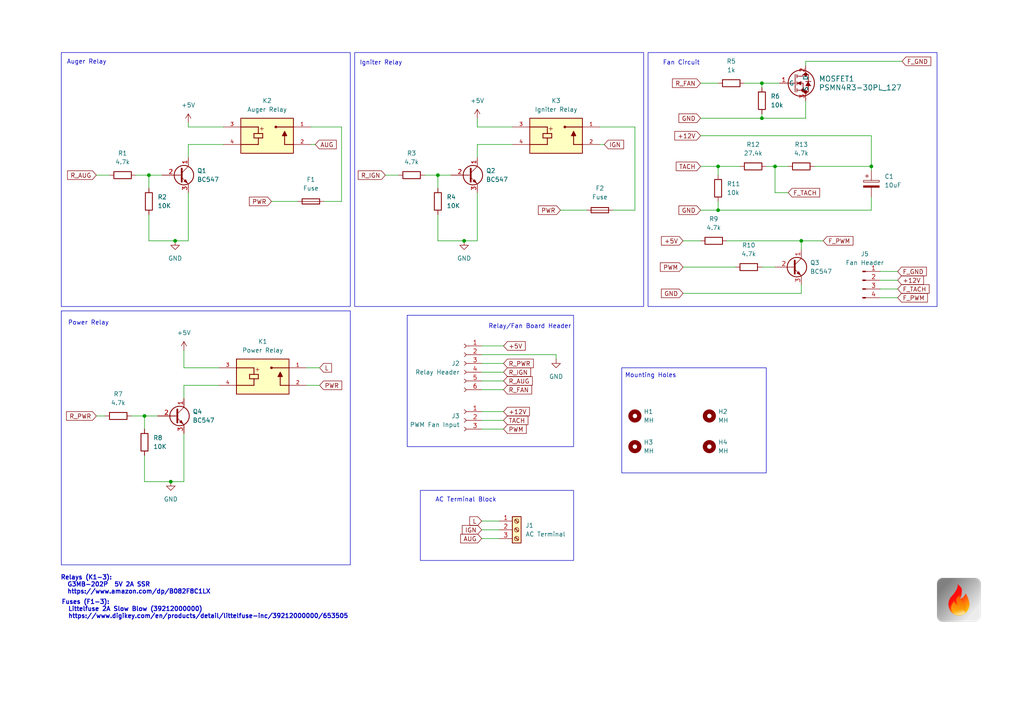
<source format=kicad_sch>
(kicad_sch (version 20231120) (generator "eeschema") (generator_version "8.0")
  (paper "A4")
  (title_block (title "PiFire Relay + PWM Fan Module") (date "2024-03-11") (rev "v1.0.0") (company "PiFire") (comment 1 "https://github.com/nebhead/pifire") (comment 2 "Ben Parmeter"))
  (lib_symbols
    (symbol "2024-03-25_20-00-00:PSMN4R3-30PL_127" (pin_names (offset 0.254))
      (property "Reference" "MOSFET" (at 11.43 1.905 0))
      (property "Value" "PSMN4R3-30PL_127" (at 11.43 -2.54 0))
      (symbol "PSMN4R3-30PL_127_0_1"
        (polyline (pts (xy 2.54 0) (xy 4.445 0)) (stroke (width 0.2032)))
        (polyline (pts (xy 4.572 -2.54) (xy 4.572 2.54)) (stroke (width 0.2032)))
        (polyline (pts (xy 5.08 -2.54) (xy 5.08 -1.524)) (stroke (width 0.2032)))
        (polyline (pts (xy 5.08 -2.032) (xy 6.858 -2.032)) (stroke (width 0.2032)))
        (polyline (pts (xy 5.08 -0.508) (xy 5.08 0.508)) (stroke (width 0.2032)))
        (polyline (pts (xy 5.08 1.524) (xy 5.08 2.54)) (stroke (width 0.2032)))
        (polyline (pts (xy 5.08 2.032) (xy 6.858 2.032)) (stroke (width 0.2032)))
        (polyline (pts (xy 6.35 0) (xy 6.858 0)) (stroke (width 0.2032)))
        (polyline (pts (xy 6.858 -2.54) (xy 6.858 0)) (stroke (width 0.2032)))
        (polyline (pts (xy 6.858 -2.54) (xy 8.382 -2.54)) (stroke (width 0.2032)))
        (polyline (pts (xy 6.858 2.032) (xy 6.858 2.54)) (stroke (width 0.2032)))
        (polyline (pts (xy 6.858 2.54) (xy 8.382 2.54)) (stroke (width 0.2032)))
        (polyline (pts (xy 8.382 -2.54) (xy 8.382 -0.762)) (stroke (width 0.2032)))
        (polyline (pts (xy 8.382 0.508) (xy 8.382 2.54)) (stroke (width 0.2032)))
        (polyline (pts (xy 9.144 0.508) (xy 7.62 0.508)) (stroke (width 0.2032)))
        (polyline (pts (xy 6.35 0.508) (xy 5.08 0) (xy 6.35 -0.508)) (fill (type outline)))
        (polyline (pts (xy 9.144 -0.762) (xy 7.62 -0.762) (xy 8.382 0.508)) (fill (type outline)))
        (circle (center 6.35 0) (radius 3.81) (stroke (width 0.254)))
        (circle (center 6.858 -2.032) (radius 0.0254) (stroke (width 0.508)))
        (circle (center 7.62 -2.54) (radius 0.0254) (stroke (width 0.508)))
        (circle (center 7.62 2.54) (radius 0.0254) (stroke (width 0.508)))
        (pin unspecified line (at 0 0 0) (length 2.54) (name "G") (number "1"))
        (pin unspecified line (at 7.62 5.08 270) (length 2.54) (name "D") (number "2"))
        (pin unspecified line (at 7.62 -5.08 90) (length 2.54) (name "S") (number "3"))
      )
    )
    (symbol "Connector:Conn_01x03_Socket" (pin_names (offset 1.016) hide)
      (property "Reference" "J" (at 0 5.08 0))
      (property "Value" "Conn_01x03_Socket" (at 0 -5.08 0))
      (symbol "Conn_01x03_Socket_1_1"
        (arc (start 0 -2.032) (mid -0.5058 -2.54) (end 0 -3.048) (stroke (width 0.1524)))
        (polyline (pts (xy -1.27 -2.54) (xy -0.508 -2.54)) (stroke (width 0.1524)))
        (polyline (pts (xy -1.27 0) (xy -0.508 0)) (stroke (width 0.1524)))
        (polyline (pts (xy -1.27 2.54) (xy -0.508 2.54)) (stroke (width 0.1524)))
        (arc (start 0 0.508) (mid -0.5058 0) (end 0 -0.508) (stroke (width 0.1524)))
        (arc (start 0 3.048) (mid -0.5058 2.54) (end 0 2.032) (stroke (width 0.1524)))
        (pin passive line (at -5.08 2.54 0) (length 3.81) (name "Pin_1") (number "1"))
        (pin passive line (at -5.08 0 0) (length 3.81) (name "Pin_2") (number "2"))
        (pin passive line (at -5.08 -2.54 0) (length 3.81) (name "Pin_3") (number "3"))
      )
    )
    (symbol "Connector:Conn_01x04_Pin" (pin_names (offset 1.016) hide)
      (property "Reference" "J" (at 0 5.08 0))
      (property "Value" "Conn_01x04_Pin" (at 0 -7.62 0))
      (symbol "Conn_01x04_Pin_1_1"
        (polyline (pts (xy 1.27 -5.08) (xy 0.8636 -5.08)) (stroke (width 0.1524)))
        (polyline (pts (xy 1.27 -2.54) (xy 0.8636 -2.54)) (stroke (width 0.1524)))
        (polyline (pts (xy 1.27 0) (xy 0.8636 0)) (stroke (width 0.1524)))
        (polyline (pts (xy 1.27 2.54) (xy 0.8636 2.54)) (stroke (width 0.1524)))
        (rectangle (start 0.8636 -4.953) (end 0 -5.207) (stroke (width 0.1524)) (fill (type outline)))
        (rectangle (start 0.8636 -2.413) (end 0 -2.667) (stroke (width 0.1524)) (fill (type outline)))
        (rectangle (start 0.8636 0.127) (end 0 -0.127) (stroke (width 0.1524)) (fill (type outline)))
        (rectangle (start 0.8636 2.667) (end 0 2.413) (stroke (width 0.1524)) (fill (type outline)))
        (pin passive line (at 5.08 2.54 180) (length 3.81) (name "Pin_1") (number "1"))
        (pin passive line (at 5.08 0 180) (length 3.81) (name "Pin_2") (number "2"))
        (pin passive line (at 5.08 -2.54 180) (length 3.81) (name "Pin_3") (number "3"))
        (pin passive line (at 5.08 -5.08 180) (length 3.81) (name "Pin_4") (number "4"))
      )
    )
    (symbol "Connector:Conn_01x06_Socket" (pin_names (offset 1.016) hide)
      (property "Reference" "J" (at 0 7.62 0))
      (property "Value" "Conn_01x06_Socket" (at 0 -10.16 0))
      (symbol "Conn_01x06_Socket_1_1"
        (arc (start 0 -7.112) (mid -0.5058 -7.62) (end 0 -8.128) (stroke (width 0.1524)))
        (arc (start 0 -4.572) (mid -0.5058 -5.08) (end 0 -5.588) (stroke (width 0.1524)))
        (arc (start 0 -2.032) (mid -0.5058 -2.54) (end 0 -3.048) (stroke (width 0.1524)))
        (polyline (pts (xy -1.27 -7.62) (xy -0.508 -7.62)) (stroke (width 0.1524)))
        (polyline (pts (xy -1.27 -5.08) (xy -0.508 -5.08)) (stroke (width 0.1524)))
        (polyline (pts (xy -1.27 -2.54) (xy -0.508 -2.54)) (stroke (width 0.1524)))
        (polyline (pts (xy -1.27 0) (xy -0.508 0)) (stroke (width 0.1524)))
        (polyline (pts (xy -1.27 2.54) (xy -0.508 2.54)) (stroke (width 0.1524)))
        (polyline (pts (xy -1.27 5.08) (xy -0.508 5.08)) (stroke (width 0.1524)))
        (arc (start 0 0.508) (mid -0.5058 0) (end 0 -0.508) (stroke (width 0.1524)))
        (arc (start 0 3.048) (mid -0.5058 2.54) (end 0 2.032) (stroke (width 0.1524)))
        (arc (start 0 5.588) (mid -0.5058 5.08) (end 0 4.572) (stroke (width 0.1524)))
        (pin passive line (at -5.08 5.08 0) (length 3.81) (name "Pin_1") (number "1"))
        (pin passive line (at -5.08 2.54 0) (length 3.81) (name "Pin_2") (number "2"))
        (pin passive line (at -5.08 0 0) (length 3.81) (name "Pin_3") (number "3"))
        (pin passive line (at -5.08 -2.54 0) (length 3.81) (name "Pin_4") (number "4"))
        (pin passive line (at -5.08 -5.08 0) (length 3.81) (name "Pin_5") (number "5"))
        (pin passive line (at -5.08 -7.62 0) (length 3.81) (name "Pin_6") (number "6"))
      )
    )
    (symbol "Connector:Screw_Terminal_01x03" (pin_names (offset 1.016) hide)
      (property "Reference" "J" (at 0 5.08 0))
      (property "Value" "Screw_Terminal_01x03" (at 0 -5.08 0))
      (symbol "Screw_Terminal_01x03_1_1"
        (rectangle (start -1.27 3.81) (end 1.27 -3.81) (stroke (width 0.254)) (fill (type background)))
        (circle (center 0 -2.54) (radius 0.635) (stroke (width 0.1524)))
        (polyline (pts (xy -0.5334 -2.2098) (xy 0.3302 -3.048)) (stroke (width 0.1524)))
        (polyline (pts (xy -0.5334 0.3302) (xy 0.3302 -0.508)) (stroke (width 0.1524)))
        (polyline (pts (xy -0.5334 2.8702) (xy 0.3302 2.032)) (stroke (width 0.1524)))
        (polyline (pts (xy -0.3556 -2.032) (xy 0.508 -2.8702)) (stroke (width 0.1524)))
        (polyline (pts (xy -0.3556 0.508) (xy 0.508 -0.3302)) (stroke (width 0.1524)))
        (polyline (pts (xy -0.3556 3.048) (xy 0.508 2.2098)) (stroke (width 0.1524)))
        (circle (center 0 0) (radius 0.635) (stroke (width 0.1524)))
        (circle (center 0 2.54) (radius 0.635) (stroke (width 0.1524)))
        (pin passive line (at -5.08 2.54 0) (length 3.81) (name "Pin_1") (number "1"))
        (pin passive line (at -5.08 0 0) (length 3.81) (name "Pin_2") (number "2"))
        (pin passive line (at -5.08 -2.54 0) (length 3.81) (name "Pin_3") (number "3"))
      )
    )
    (symbol "Device:C_Polarized" (pin_numbers hide) (pin_names (offset 0.254))
      (property "Reference" "C" (at 0.635 2.54 0))
      (property "Value" "C_Polarized" (at 0.635 -2.54 0))
      (symbol "C_Polarized_0_1"
        (rectangle (start -2.286 0.508) (end 2.286 1.016))
        (polyline (pts (xy -1.778 2.286) (xy -0.762 2.286)))
        (polyline (pts (xy -1.27 2.794) (xy -1.27 1.778)))
        (rectangle (start 2.286 -0.508) (end -2.286 -1.016) (fill (type outline)))
      )
      (symbol "C_Polarized_1_1"
        (pin passive line (at 0 3.81 270) (length 2.794) (name "~") (number "1"))
        (pin passive line (at 0 -3.81 90) (length 2.794) (name "~") (number "2"))
      )
    )
    (symbol "Device:Fuse" (pin_numbers hide) (pin_names (offset 0))
      (property "Reference" "F" (at 2.032 0 90))
      (property "Value" "Fuse" (at -1.905 0 90))
      (symbol "Fuse_0_1"
        (rectangle (start -0.762 -2.54) (end 0.762 2.54) (stroke (width 0.254)))
        (polyline (pts (xy 0 2.54) (xy 0 -2.54)))
      )
      (symbol "Fuse_1_1"
        (pin passive line (at 0 3.81 270) (length 1.27) (name "~") (number "1"))
        (pin passive line (at 0 -3.81 90) (length 1.27) (name "~") (number "2"))
      )
    )
    (symbol "Device:R" (pin_numbers hide) (pin_names (offset 0))
      (property "Reference" "R" (at 2.032 0 90))
      (property "Value" "R" (at 0 0 90))
      (symbol "R_0_1"
        (rectangle (start -1.016 -2.54) (end 1.016 2.54) (stroke (width 0.254)))
      )
      (symbol "R_1_1"
        (pin passive line (at 0 3.81 270) (length 1.27) (name "~") (number "1"))
        (pin passive line (at 0 -3.81 90) (length 1.27) (name "~") (number "2"))
      )
    )
    (symbol "G3MB-202PDC5:G3MB-202PDC5" (pin_names (offset 1.016))
      (property "Reference" "K" (at -7.62 6.35 0))
      (property "Value" "G3MB-202PDC5" (at -7.62 -6.35 0))
      (symbol "G3MB-202PDC5_0_0"
        (rectangle (start -7.62 -5.08) (end 7.62 5.08) (stroke (width 0.254)) (fill (type background)))
        (polyline (pts (xy -7.62 -2.54) (xy -2.54 -2.54)) (stroke (width 0.254)))
        (polyline (pts (xy -7.62 2.54) (xy -2.54 2.54)) (stroke (width 0.254)))
        (polyline (pts (xy -3.81 -0.635) (xy -3.81 0.635)) (stroke (width 0.254)))
        (polyline (pts (xy -3.81 0.635) (xy -2.54 0.635)) (stroke (width 0.254)))
        (polyline (pts (xy -2.54 -0.635) (xy -3.81 -0.635)) (stroke (width 0.254)))
        (polyline (pts (xy -2.54 -0.635) (xy -2.54 -2.54)) (stroke (width 0.254)))
        (polyline (pts (xy -2.54 0.635) (xy -1.27 0.635)) (stroke (width 0.254)))
        (polyline (pts (xy -2.54 2.54) (xy -2.54 0.635)) (stroke (width 0.254)))
        (polyline (pts (xy -2.032 2.032) (xy -1.016 2.032)) (stroke (width 0.127)))
        (polyline (pts (xy -1.524 2.54) (xy -1.524 1.524)) (stroke (width 0.127)))
        (polyline (pts (xy -1.27 -0.635) (xy -2.54 -0.635)) (stroke (width 0.254)))
        (polyline (pts (xy -1.27 0.635) (xy -1.27 -0.635)) (stroke (width 0.254)))
        (polyline (pts (xy 5.08 -2.54) (xy 5.08 0)) (stroke (width 0.254)))
        (polyline (pts (xy 7.62 -2.54) (xy 5.08 -2.54)) (stroke (width 0.254)))
        (polyline (pts (xy 7.62 2.54) (xy 2.54 2.54)) (stroke (width 0.254)))
        (polyline (pts (xy 4.445 0) (xy 5.715 0) (xy 5.08 1.27) (xy 4.445 0)) (stroke (width 0.254)) (fill (type outline)))
        (circle (center 2.54 2.54) (radius 0.254) (stroke (width 0.254)))
        (pin passive line (at 12.7 2.54 180) (length 5.08) (name "~") (number "1"))
        (pin passive line (at 12.7 -2.54 180) (length 5.08) (name "~") (number "2"))
        (pin passive line (at -12.7 2.54 0) (length 5.08) (name "~") (number "3"))
        (pin passive line (at -12.7 -2.54 0) (length 5.08) (name "~") (number "4"))
      )
    )
    (symbol "Mechanical:MountingHole" (pin_names (offset 1.016))
      (property "Reference" "H" (at 0 5.08 0))
      (property "Value" "MountingHole" (at 0 3.175 0))
      (symbol "MountingHole_0_1"
        (circle (center 0 0) (radius 1.27) (stroke (width 1.27)))
      )
    )
    (symbol "Transistor_BJT:BC547" (pin_names (offset 0) hide)
      (property "Reference" "Q" (at 5.08 1.905 0))
      (property "Value" "BC547" (at 5.08 0 0))
      (symbol "BC547_0_1"
        (polyline (pts (xy 0 0) (xy 0.635 0)))
        (polyline (pts (xy 0.635 0.635) (xy 2.54 2.54)))
        (polyline (pts (xy 0.635 -0.635) (xy 2.54 -2.54) (xy 2.54 -2.54)))
        (polyline (pts (xy 0.635 1.905) (xy 0.635 -1.905) (xy 0.635 -1.905)) (stroke (width 0.508)))
        (polyline (pts (xy 1.27 -1.778) (xy 1.778 -1.27) (xy 2.286 -2.286) (xy 1.27 -1.778) (xy 1.27 -1.778)) (fill (type outline)))
        (circle (center 1.27 0) (radius 2.8194) (stroke (width 0.254)))
      )
      (symbol "BC547_1_1"
        (pin passive line (at 2.54 5.08 270) (length 2.54) (name "C") (number "1"))
        (pin input line (at -5.08 0 0) (length 5.08) (name "B") (number "2"))
        (pin passive line (at 2.54 -5.08 90) (length 2.54) (name "E") (number "3"))
      )
    )
    (symbol "power:+5V" (power) (pin_numbers hide) (pin_names (offset 0) hide)
      (property "Value" "+5V" (at 0 3.556 0))
      (symbol "+5V_0_1"
        (polyline (pts (xy -0.762 1.27) (xy 0 2.54)))
        (polyline (pts (xy 0 0) (xy 0 2.54)))
        (polyline (pts (xy 0 2.54) (xy 0.762 1.27)))
      )
      (symbol "+5V_1_1"
        (pin power_in line (at 0 0 90) (length 0) (name "~") (number "1"))
      )
    )
    (symbol "power:GND" (power) (pin_numbers hide) (pin_names (offset 0) hide)
      (property "Value" "GND" (at 0 -3.81 0))
      (symbol "GND_0_1"
        (polyline (pts (xy 0 0) (xy 0 -1.27) (xy 1.27 -1.27) (xy 0 -2.54) (xy -1.27 -1.27) (xy 0 -1.27)))
      )
      (symbol "GND_1_1"
        (pin power_in line (at 0 0 270) (length 0) (name "~") (number "1"))
      )
    )
  )
  (junction (at 41.91 120.65))
  (junction (at 50.8 69.85))
  (junction (at 252.73 48.26))
  (junction (at 220.98 34.29))
  (junction (at 220.98 24.13))
  (junction (at 127 50.8))
  (junction (at 232.41 69.85))
  (junction (at 134.62 69.85))
  (junction (at 208.28 48.26))
  (junction (at 208.28 60.96))
  (junction (at 224.79 48.26))
  (junction (at 49.53 139.7))
  (junction (at 43.18 50.8))
  (wire (pts (xy 27.94 120.65) (xy 30.48 120.65)))
  (wire (pts (xy 203.2 24.13) (xy 208.28 24.13)))
  (wire (pts (xy 53.34 115.57) (xy 53.34 111.76)))
  (wire (pts (xy 146.05 110.49) (xy 139.7 110.49)))
  (wire (pts (xy 233.68 34.29) (xy 220.98 34.29)))
  (wire (pts (xy 27.94 50.8) (xy 31.75 50.8)))
  (wire (pts (xy 220.98 33.02) (xy 220.98 34.29)))
  (wire (pts (xy 220.98 24.13) (xy 226.06 24.13)))
  (wire (pts (xy 41.91 120.65) (xy 41.91 124.46)))
  (wire (pts (xy 252.73 60.96) (xy 252.73 57.15)))
  (wire (pts (xy 233.68 29.21) (xy 233.68 34.29)))
  (wire (pts (xy 175.26 41.91) (xy 173.99 41.91)))
  (wire (pts (xy 224.79 48.26) (xy 224.79 55.88)))
  (wire (pts (xy 53.34 111.76) (xy 63.5 111.76)))
  (wire (pts (xy 252.73 49.53) (xy 252.73 48.26)))
  (wire (pts (xy 138.43 69.85) (xy 138.43 55.88)))
  (wire (pts (xy 54.61 69.85) (xy 54.61 55.88)))
  (wire (pts (xy 53.34 101.6) (xy 53.34 106.68)))
  (wire (pts (xy 203.2 60.96) (xy 208.28 60.96)))
  (wire (pts (xy 220.98 77.47) (xy 224.79 77.47)))
  (wire (pts (xy 139.7 124.46) (xy 146.05 124.46)))
  (wire (pts (xy 222.25 48.26) (xy 224.79 48.26)))
  (wire (pts (xy 139.7 119.38) (xy 146.05 119.38)))
  (wire (pts (xy 127 69.85) (xy 134.62 69.85)))
  (wire (pts (xy 210.82 69.85) (xy 232.41 69.85)))
  (wire (pts (xy 88.9 111.76) (xy 92.71 111.76)))
  (wire (pts (xy 184.15 60.96) (xy 177.8 60.96)))
  (wire (pts (xy 139.7 151.13) (xy 144.78 151.13)))
  (wire (pts (xy 232.41 69.85) (xy 232.41 72.39)))
  (wire (pts (xy 236.22 48.26) (xy 252.73 48.26)))
  (wire (pts (xy 161.29 102.87) (xy 161.29 104.14)))
  (wire (pts (xy 260.35 83.82) (xy 255.27 83.82)))
  (wire (pts (xy 139.7 156.21) (xy 144.78 156.21)))
  (wire (pts (xy 233.68 19.05) (xy 233.68 17.78)))
  (wire (pts (xy 232.41 69.85) (xy 238.76 69.85)))
  (wire (pts (xy 138.43 34.29) (xy 138.43 36.83)))
  (wire (pts (xy 88.9 106.68) (xy 92.71 106.68)))
  (wire (pts (xy 138.43 36.83) (xy 148.59 36.83)))
  (wire (pts (xy 127 62.23) (xy 127 69.85)))
  (wire (pts (xy 252.73 39.37) (xy 252.73 48.26)))
  (wire (pts (xy 41.91 139.7) (xy 49.53 139.7)))
  (wire (pts (xy 233.68 17.78) (xy 261.62 17.78)))
  (wire (pts (xy 99.06 58.42) (xy 93.98 58.42)))
  (wire (pts (xy 208.28 48.26) (xy 208.28 50.8)))
  (wire (pts (xy 208.28 60.96) (xy 208.28 58.42)))
  (wire (pts (xy 127 50.8) (xy 127 54.61)))
  (wire (pts (xy 260.35 81.28) (xy 255.27 81.28)))
  (wire (pts (xy 139.7 102.87) (xy 161.29 102.87)))
  (wire (pts (xy 232.41 85.09) (xy 198.12 85.09)))
  (wire (pts (xy 41.91 120.65) (xy 45.72 120.65)))
  (wire (pts (xy 260.35 86.36) (xy 255.27 86.36)))
  (wire (pts (xy 43.18 50.8) (xy 43.18 54.61)))
  (wire (pts (xy 54.61 45.72) (xy 54.61 41.91)))
  (wire (pts (xy 43.18 62.23) (xy 43.18 69.85)))
  (wire (pts (xy 53.34 139.7) (xy 53.34 125.73)))
  (wire (pts (xy 162.56 60.96) (xy 170.18 60.96)))
  (wire (pts (xy 198.12 77.47) (xy 213.36 77.47)))
  (wire (pts (xy 41.91 132.08) (xy 41.91 139.7)))
  (wire (pts (xy 146.05 107.95) (xy 139.7 107.95)))
  (wire (pts (xy 208.28 48.26) (xy 214.63 48.26)))
  (wire (pts (xy 184.15 36.83) (xy 184.15 60.96)))
  (wire (pts (xy 53.34 106.68) (xy 63.5 106.68)))
  (wire (pts (xy 127 50.8) (xy 130.81 50.8)))
  (wire (pts (xy 134.62 69.85) (xy 138.43 69.85)))
  (wire (pts (xy 38.1 120.65) (xy 41.91 120.65)))
  (wire (pts (xy 220.98 34.29) (xy 203.2 34.29)))
  (wire (pts (xy 203.2 39.37) (xy 252.73 39.37)))
  (wire (pts (xy 260.35 78.74) (xy 255.27 78.74)))
  (wire (pts (xy 146.05 100.33) (xy 139.7 100.33)))
  (wire (pts (xy 146.05 113.03) (xy 139.7 113.03)))
  (wire (pts (xy 78.74 58.42) (xy 86.36 58.42)))
  (wire (pts (xy 54.61 36.83) (xy 64.77 36.83)))
  (wire (pts (xy 173.99 36.83) (xy 184.15 36.83)))
  (wire (pts (xy 208.28 60.96) (xy 252.73 60.96)))
  (wire (pts (xy 220.98 24.13) (xy 220.98 25.4)))
  (wire (pts (xy 123.19 50.8) (xy 127 50.8)))
  (wire (pts (xy 146.05 105.41) (xy 139.7 105.41)))
  (wire (pts (xy 54.61 35.56) (xy 54.61 36.83)))
  (wire (pts (xy 139.7 153.67) (xy 144.78 153.67)))
  (wire (pts (xy 43.18 50.8) (xy 46.99 50.8)))
  (wire (pts (xy 198.12 69.85) (xy 203.2 69.85)))
  (wire (pts (xy 43.18 69.85) (xy 50.8 69.85)))
  (wire (pts (xy 111.76 50.8) (xy 115.57 50.8)))
  (wire (pts (xy 138.43 41.91) (xy 148.59 41.91)))
  (wire (pts (xy 90.17 36.83) (xy 99.06 36.83)))
  (wire (pts (xy 99.06 36.83) (xy 99.06 58.42)))
  (wire (pts (xy 232.41 82.55) (xy 232.41 85.09)))
  (wire (pts (xy 39.37 50.8) (xy 43.18 50.8)))
  (wire (pts (xy 203.2 48.26) (xy 208.28 48.26)))
  (wire (pts (xy 49.53 139.7) (xy 53.34 139.7)))
  (wire (pts (xy 224.79 48.26) (xy 228.6 48.26)))
  (wire (pts (xy 215.9 24.13) (xy 220.98 24.13)))
  (wire (pts (xy 224.79 55.88) (xy 228.6 55.88)))
  (wire (pts (xy 91.44 41.91) (xy 90.17 41.91)))
  (wire (pts (xy 138.43 45.72) (xy 138.43 41.91)))
  (wire (pts (xy 54.61 41.91) (xy 64.77 41.91)))
  (wire (pts (xy 139.7 121.92) (xy 146.05 121.92)))
  (wire (pts (xy 50.8 69.85) (xy 54.61 69.85)))
  (rectangle (start 17.78 90.17) (end 101.6 163.83))
  (rectangle (start 102.87 15.24) (end 186.69 88.9))
  (rectangle (start 17.78 15.24) (end 101.6 88.9))
  (rectangle (start 180.34 106.68) (end 222.25 137.16))
  (rectangle (start 118.11 91.44) (end 166.37 129.54))
  (rectangle (start 187.96 15.24) (end 271.78 88.9))
  (rectangle (start 121.92 142.24) (end 166.37 162.56))
  (image (at 278.13 173.99) (scale 0.0679658))
  (text "Fan Circuit" (at 197.612 18.288 0) (effects (font (size 1.27 1.27))))
  (text "Power Relay" (at 25.654 93.726 0) (effects (font (size 1.27 1.27))))
  (text "Fuses (F1-3): \n  Littelfuse 2A Slow Blow (39212000000)\n  https://www.digikey.com/en/products/detail/littelfuse-inc/39212000000/653505" (at 17.78 176.784 0) (effects (font (size 1.27 1.27) (thickness 0.254) (bold yes)) (justify left)))
  (text "AC Terminal Block" (at 135.128 145.034 0) (effects (font (size 1.27 1.27))))
  (text "Auger Relay" (at 25.146 18.034 0) (effects (font (size 1.27 1.27))))
  (text "Relay/Fan Board Header" (at 153.67 94.742 0) (effects (font (size 1.27 1.27))))
  (text "Relays (K1-3): \n  G3MB-202P  5V 2A SSR  \n  https://www.amazon.com/dp/B082F8C1LX" (at 17.526 169.672 0) (effects (font (size 1.27 1.27) (thickness 0.254) (bold yes)) (justify left)))
  (text "Mounting Holes" (at 188.722 108.966 0) (effects (font (size 1.27 1.27))))
  (text "Igniter Relay" (at 110.49 18.288 0) (effects (font (size 1.27 1.27))))
  (global_label "+12V" (shape input) (at 146.05 119.38 0) (property "Intersheetrefs" "${INTERSHEET_REFS}" (effects (hide yes))))
  (global_label "F_TACH" (shape input) (at 260.35 83.82 0) (property "Intersheetrefs" "${INTERSHEET_REFS}" (effects (hide yes))))
  (global_label "F_GND" (shape input) (at 261.62 17.78 0) (property "Intersheetrefs" "${INTERSHEET_REFS}" (effects (hide yes))))
  (global_label "+12V" (shape input) (at 203.2 39.37 180) (property "Intersheetrefs" "${INTERSHEET_REFS}" (effects (hide yes))))
  (global_label "AUG" (shape input) (at 91.44 41.91 0) (property "Intersheetrefs" "${INTERSHEET_REFS}" (effects (hide yes))))
  (global_label "TACH" (shape input) (at 203.2 48.26 180) (property "Intersheetrefs" "${INTERSHEET_REFS}" (effects (hide yes))))
  (global_label "R_IGN" (shape input) (at 146.05 107.95 0) (property "Intersheetrefs" "${INTERSHEET_REFS}" (effects (hide yes))))
  (global_label "GND" (shape input) (at 198.12 85.09 180) (property "Intersheetrefs" "${INTERSHEET_REFS}" (effects (hide yes))))
  (global_label "R_AUG" (shape input) (at 146.05 110.49 0) (property "Intersheetrefs" "${INTERSHEET_REFS}" (effects (hide yes))))
  (global_label "+5V" (shape input) (at 146.05 100.33 0) (property "Intersheetrefs" "${INTERSHEET_REFS}" (effects (hide yes))))
  (global_label "R_FAN" (shape input) (at 203.2 24.13 180) (property "Intersheetrefs" "${INTERSHEET_REFS}" (effects (hide yes))))
  (global_label "IGN" (shape input) (at 139.7 153.67 180) (property "Intersheetrefs" "${INTERSHEET_REFS}" (effects (hide yes))))
  (global_label "F_TACH" (shape input) (at 228.6 55.88 0) (property "Intersheetrefs" "${INTERSHEET_REFS}" (effects (hide yes))))
  (global_label "F_PWM" (shape input) (at 260.35 86.36 0) (property "Intersheetrefs" "${INTERSHEET_REFS}" (effects (hide yes))))
  (global_label "R_AUG" (shape input) (at 27.94 50.8 180) (property "Intersheetrefs" "${INTERSHEET_REFS}" (effects (hide yes))))
  (global_label "AUG" (shape input) (at 139.7 156.21 180) (property "Intersheetrefs" "${INTERSHEET_REFS}" (effects (hide yes))))
  (global_label "PWM" (shape input) (at 146.05 124.46 0) (property "Intersheetrefs" "${INTERSHEET_REFS}" (effects (hide yes))))
  (global_label "F_GND" (shape input) (at 260.35 78.74 0) (property "Intersheetrefs" "${INTERSHEET_REFS}" (effects (hide yes))))
  (global_label "F_PWM" (shape input) (at 238.76 69.85 0) (property "Intersheetrefs" "${INTERSHEET_REFS}" (effects (hide yes))))
  (global_label "PWR" (shape input) (at 92.71 111.76 0) (property "Intersheetrefs" "${INTERSHEET_REFS}" (effects (hide yes))))
  (global_label "L" (shape input) (at 139.7 151.13 180) (property "Intersheetrefs" "${INTERSHEET_REFS}" (effects (hide yes))))
  (global_label "GND" (shape input) (at 203.2 34.29 180) (property "Intersheetrefs" "${INTERSHEET_REFS}" (effects (hide yes))))
  (global_label "R_PWR" (shape input) (at 27.94 120.65 180) (property "Intersheetrefs" "${INTERSHEET_REFS}" (effects (hide yes))))
  (global_label "IGN" (shape input) (at 175.26 41.91 0) (property "Intersheetrefs" "${INTERSHEET_REFS}" (effects (hide yes))))
  (global_label "PWR" (shape input) (at 78.74 58.42 180) (property "Intersheetrefs" "${INTERSHEET_REFS}" (effects (hide yes))))
  (global_label "PWM" (shape input) (at 198.12 77.47 180) (property "Intersheetrefs" "${INTERSHEET_REFS}" (effects (hide yes))))
  (global_label "R_PWR" (shape input) (at 146.05 105.41 0) (property "Intersheetrefs" "${INTERSHEET_REFS}" (effects (hide yes))))
  (global_label "TACH" (shape input) (at 146.05 121.92 0) (property "Intersheetrefs" "${INTERSHEET_REFS}" (effects (hide yes))))
  (global_label "L" (shape input) (at 92.71 106.68 0) (property "Intersheetrefs" "${INTERSHEET_REFS}" (effects (hide yes))))
  (global_label "R_IGN" (shape input) (at 111.76 50.8 180) (property "Intersheetrefs" "${INTERSHEET_REFS}" (effects (hide yes))))
  (global_label "PWR" (shape input) (at 162.56 60.96 180) (property "Intersheetrefs" "${INTERSHEET_REFS}" (effects (hide yes))))
  (global_label "+12V" (shape input) (at 260.35 81.28 0) (property "Intersheetrefs" "${INTERSHEET_REFS}" (effects (hide yes))))
  (global_label "R_FAN" (shape input) (at 146.05 113.03 0) (property "Intersheetrefs" "${INTERSHEET_REFS}" (effects (hide yes))))
  (global_label "+5V" (shape input) (at 198.12 69.85 180) (property "Intersheetrefs" "${INTERSHEET_REFS}" (effects (hide yes))))
  (global_label "GND" (shape input) (at 203.2 60.96 180) (property "Intersheetrefs" "${INTERSHEET_REFS}" (effects (hide yes))))
  (symbol (lib_id "Transistor_BJT:BC547") (at 52.07 50.8 0) (unit 1)
    (property "Reference" "Q1" (at 57.15 49.5299 0) (effects (justify left)))
    (property "Value" "BC547" (at 57.15 52.0699 0) (effects (justify left)))
    (property "Footprint" "Package_TO_SOT_THT:TO-92L_Inline" (effects (hide yes)))
    (property "Datasheet" "https://www.onsemi.com/pub/Collateral/BC550-D.pdf" (effects (hide yes)))
    (property "Description" " BC547 Transistor. I had several on hand from this kit: https://www.amazon.com/gp/product/B06Y4M2N29" (effects (hide yes)))
  )
  (symbol (lib_id "Device:R") (at 207.01 69.85 90) (unit 1)
    (property "Reference" "R9" (at 207.01 63.5 90))
    (property "Value" "4.7k" (at 207.01 66.04 90))
    (property "Footprint" "Resistor_THT:R_Axial_DIN0207_L6.3mm_D2.5mm_P7.62mm_Horizontal" (effects (hide yes)))
    (property "Description" "Standard 1/4W Axial Resistors." (effects (hide yes)))
  )
  (symbol (lib_id "Connector:Conn_01x04_Pin") (at 250.19 81.28 0) (unit 1)
    (property "Reference" "J5" (at 250.825 73.66 0))
    (property "Value" "Fan Header" (at 250.825 76.2 0))
    (property "Footprint" "Connector:FanPinHeader_1x04_P2.54mm_Vertical" (effects (hide yes)))
    (property "Description" "Generic connector, single row, 01x04, script generated" (effects (hide yes)))
  )
  (symbol (lib_id "power:+5V") (at 54.61 35.56 0) (unit 1)
    (property "Reference" "#PWR01" (effects (hide yes)))
    (property "Value" "+5V" (at 54.61 30.48 0))
    (property "Description" "Power symbol creates a global label with name \"+5V\"" (effects (hide yes)))
  )
  (symbol (lib_id "Connector:Screw_Terminal_01x03") (at 149.86 153.67 0) (unit 1)
    (property "Reference" "J1" (at 152.4 152.3999 0) (effects (justify left)))
    (property "Value" "AC Terminal" (at 152.4 154.9399 0) (effects (justify left)))
    (property "Footprint" "TerminalBlock:TerminalBlock_bornier-3_P5.08mm" (effects (hide yes)))
    (property "Description" "Screw Terminal x3 (5.0mm pitch)" (effects (hide yes)))
  )
  (symbol (lib_id "Transistor_BJT:BC547") (at 229.87 77.47 0) (unit 1)
    (property "Reference" "Q3" (at 234.95 76.1999 0) (effects (justify left)))
    (property "Value" "BC547" (at 234.95 78.7399 0) (effects (justify left)))
    (property "Footprint" "Package_TO_SOT_THT:TO-92L_Inline" (effects (hide yes)))
    (property "Datasheet" "https://www.onsemi.com/pub/Collateral/BC550-D.pdf" (effects (hide yes)))
    (property "Description" " BC547 Transistor. I had several on hand from this kit: https://www.amazon.com/gp/product/B06Y4M2N29" (effects (hide yes)))
  )
  (symbol (lib_id "power:GND") (at 49.53 139.7 0) (unit 1)
    (property "Reference" "#PWR07" (effects (hide yes)))
    (property "Value" "GND" (at 49.53 144.78 0))
    (property "Description" "Power symbol creates a global label with name \"GND\" , ground" (effects (hide yes)))
  )
  (symbol (lib_id "Device:R") (at 220.98 29.21 0) (unit 1)
    (property "Reference" "R6" (at 223.52 27.9399 0) (effects (justify left)))
    (property "Value" "10k" (at 223.52 30.4799 0) (effects (justify left)))
    (property "Footprint" "Resistor_THT:R_Axial_DIN0207_L6.3mm_D2.5mm_P7.62mm_Horizontal" (effects (hide yes)))
    (property "Description" "Standard 1/4W Axial Resistors." (effects (hide yes)))
  )
  (symbol (lib_id "Mechanical:MountingHole") (at 184.15 120.65 0) (unit 1)
    (property "Reference" "H1" (at 186.69 119.3799 0) (effects (justify left)))
    (property "Value" "MH" (at 186.69 121.9199 0) (effects (justify left)))
    (property "Footprint" "MountingHole:MountingHole_3.2mm_M3" (effects (hide yes)))
    (property "Description" "Mounting Hole without connection" (effects (hide yes)))
  )
  (symbol (lib_id "Device:C_Polarized") (at 252.73 53.34 0) (unit 1)
    (property "Reference" "C1" (at 256.54 51.1809 0) (effects (justify left)))
    (property "Value" "10uF" (at 256.54 53.7209 0) (effects (justify left)))
    (property "Footprint" "Capacitor_THT:CP_Radial_D6.3mm_P2.50mm" (effects (hide yes)))
    (property "Description" "Optional 16V 10uF electrolytic capacitor is to help supply spike voltage on fan startup. " (effects (hide yes)))
  )
  (symbol (lib_id "Mechanical:MountingHole") (at 184.15 129.54 0) (unit 1)
    (property "Reference" "H3" (at 186.69 128.2699 0) (effects (justify left)))
    (property "Value" "MH" (at 186.69 130.8099 0) (effects (justify left)))
    (property "Footprint" "MountingHole:MountingHole_3.2mm_M3" (effects (hide yes)))
    (property "Description" "Mounting Hole without connection" (effects (hide yes)))
  )
  (symbol (lib_id "Device:R") (at 212.09 24.13 270) (unit 1)
    (property "Reference" "R5" (at 212.09 17.78 90))
    (property "Value" "1k" (at 212.09 20.32 90))
    (property "Footprint" "Resistor_THT:R_Axial_DIN0207_L6.3mm_D2.5mm_P7.62mm_Horizontal" (effects (hide yes)))
    (property "Description" "Standard 1/4W Axial Resistors." (effects (hide yes)))
  )
  (symbol (lib_id "power:+5V") (at 138.43 34.29 0) (unit 1)
    (property "Reference" "#PWR04" (effects (hide yes)))
    (property "Value" "+5V" (at 138.43 29.21 0))
    (property "Description" "Power symbol creates a global label with name \"+5V\"" (effects (hide yes)))
  )
  (symbol (lib_id "Mechanical:MountingHole") (at 205.74 120.65 0) (unit 1)
    (property "Reference" "H2" (at 208.28 119.3799 0) (effects (justify left)))
    (property "Value" "MH" (at 208.28 121.9199 0) (effects (justify left)))
    (property "Footprint" "MountingHole:MountingHole_3.2mm_M3" (effects (hide yes)))
    (property "Description" "Mounting Hole without connection" (effects (hide yes)))
  )
  (symbol (lib_id "Device:R") (at 232.41 48.26 90) (unit 1)
    (property "Reference" "R13" (at 232.41 41.91 90))
    (property "Value" "4.7k" (at 232.41 44.45 90))
    (property "Footprint" "Resistor_THT:R_Axial_DIN0207_L6.3mm_D2.5mm_P7.62mm_Horizontal" (effects (hide yes)))
    (property "Description" "Standard 1/4W Axial Resistors." (effects (hide yes)))
  )
  (symbol (lib_id "Device:R") (at 43.18 58.42 0) (unit 1)
    (property "Reference" "R2" (at 45.72 57.1499 0) (effects (justify left)))
    (property "Value" "10K" (at 45.72 59.6899 0) (effects (justify left)))
    (property "Footprint" "Resistor_THT:R_Axial_DIN0207_L6.3mm_D2.5mm_P7.62mm_Horizontal" (effects (hide yes)))
    (property "Description" "Standard 1/4W Axial Resistors." (effects (hide yes)))
  )
  (symbol (lib_id "G3MB-202PDC5:G3MB-202PDC5") (at 76.2 109.22 0) (unit 1)
    (property "Reference" "K1" (at 76.2 99.06 0))
    (property "Value" "Power Relay" (at 76.2 101.6 0))
    (property "Footprint" "G3MB-202PDC5:RELAY_G3MB-202PDC5" (effects (hide yes)))
    (property "Description" "G3MB-202P DC5V 2A Solid State Relay. These are generally the same type of relay that you will find on generic SSR relay modules everywhere. They can be a bit difficult to source otherwise. However, I was able to order these on Amazon: https://www.amazon.com/dp/B082F8C1LX" (effects (hide yes)))
    (property "PARTREV" "J091-E1-1A" (effects (hide yes)))
    (property "STANDARD" "Manufacturer Recommendations" (effects (hide yes)))
    (property "MAXIMUM_PACKAGE_HEIGHT" "20.5mm" (effects (hide yes)))
    (property "MANUFACTURER" "OMRON" (effects (hide yes)))
  )
  (symbol (lib_id "Device:R") (at 34.29 120.65 270) (unit 1)
    (property "Reference" "R7" (at 34.29 114.3 90))
    (property "Value" "4.7k" (at 34.29 116.84 90))
    (property "Footprint" "Resistor_THT:R_Axial_DIN0207_L6.3mm_D2.5mm_P7.62mm_Horizontal" (effects (hide yes)))
    (property "Description" "Standard 1/4W Axial Resistors." (effects (hide yes)))
  )
  (symbol (lib_id "G3MB-202PDC5:G3MB-202PDC5") (at 77.47 39.37 0) (unit 1)
    (property "Reference" "K2" (at 77.47 29.21 0))
    (property "Value" "Auger Relay" (at 77.47 31.75 0))
    (property "Footprint" "G3MB-202PDC5:RELAY_G3MB-202PDC5" (effects (hide yes)))
    (property "Description" "G3MB-202P DC5V 2A Solid State Relay. These are generally the same type of relay that you will find on generic SSR relay modules everywhere. They can be a bit difficult to source otherwise. However, I was able to order these on Amazon: https://www.amazon.com/dp/B082F8C1LX" (effects (hide yes)))
    (property "PARTREV" "J091-E1-1A" (effects (hide yes)))
    (property "STANDARD" "Manufacturer Recommendations" (effects (hide yes)))
    (property "MAXIMUM_PACKAGE_HEIGHT" "20.5mm" (effects (hide yes)))
    (property "MANUFACTURER" "OMRON" (effects (hide yes)))
  )
  (symbol (lib_id "power:+5V") (at 53.34 101.6 0) (unit 1)
    (property "Reference" "#PWR08" (effects (hide yes)))
    (property "Value" "+5V" (at 53.34 96.52 0))
    (property "Description" "Power symbol creates a global label with name \"+5V\"" (effects (hide yes)))
  )
  (symbol (lib_id "Connector:Conn_01x03_Socket") (at 134.62 121.92 0) (mirror y) (unit 1)
    (property "Reference" "J3" (at 133.35 120.6499 0) (effects (justify left)))
    (property "Value" "PWM Fan Input" (at 133.35 123.1899 0) (effects (justify left)))
    (property "Footprint" "Connector_JST:JST_XH_B3B-XH-A_1x03_P2.50mm_Vertical" (effects (hide yes)))
    (property "Description" "3-Pin JST XH PCB Mount Connectors for input header. Available from many sellers: https://www.amazon.com/Glarks-Housing-Connector-Perfectly-Compatible/dp/B07CTH46S7" (effects (hide yes)))
  )
  (symbol (lib_id "Transistor_BJT:BC547") (at 50.8 120.65 0) (unit 1)
    (property "Reference" "Q4" (at 55.88 119.3799 0) (effects (justify left)))
    (property "Value" "BC547" (at 55.88 121.9199 0) (effects (justify left)))
    (property "Footprint" "Package_TO_SOT_THT:TO-92L_Inline" (effects (hide yes)))
    (property "Datasheet" "https://www.onsemi.com/pub/Collateral/BC550-D.pdf" (effects (hide yes)))
    (property "Description" " BC547 Transistor. I had several on hand from this kit: https://www.amazon.com/gp/product/B06Y4M2N29" (effects (hide yes)))
  )
  (symbol (lib_id "power:GND") (at 50.8 69.85 0) (unit 1)
    (property "Reference" "#PWR02" (effects (hide yes)))
    (property "Value" "GND" (at 50.8 74.93 0))
    (property "Description" "Power symbol creates a global label with name \"GND\" , ground" (effects (hide yes)))
  )
  (symbol (lib_id "Device:Fuse") (at 90.17 58.42 90) (unit 1)
    (property "Reference" "F1" (at 90.17 52.07 90))
    (property "Value" "Fuse" (at 90.17 54.61 90))
    (property "Footprint" "Fuse:Fuse_Littelfuse_395Series" (effects (hide yes)))
    (property "Description" "Littelfuse 2A Slow Blow (39212000000) https://www.digikey.com/en/products/detail/littelfuse-inc/39212000000/653505" (effects (hide yes)))
  )
  (symbol (lib_id "Device:R") (at 41.91 128.27 0) (unit 1)
    (property "Reference" "R8" (at 44.45 126.9999 0) (effects (justify left)))
    (property "Value" "10K" (at 44.45 129.5399 0) (effects (justify left)))
    (property "Footprint" "Resistor_THT:R_Axial_DIN0207_L6.3mm_D2.5mm_P7.62mm_Horizontal" (effects (hide yes)))
    (property "Description" "Standard 1/4W Axial Resistors." (effects (hide yes)))
  )
  (symbol (lib_id "power:GND") (at 161.29 104.14 0) (unit 1)
    (property "Reference" "#PWR09" (effects (hide yes)))
    (property "Value" "GND" (at 161.29 109.22 0))
    (property "Description" "Power symbol creates a global label with name \"GND\" , ground" (effects (hide yes)))
  )
  (symbol (lib_id "Device:R") (at 119.38 50.8 270) (unit 1)
    (property "Reference" "R3" (at 119.38 44.45 90))
    (property "Value" "4.7k" (at 119.38 46.99 90))
    (property "Footprint" "Resistor_THT:R_Axial_DIN0207_L6.3mm_D2.5mm_P7.62mm_Horizontal" (effects (hide yes)))
    (property "Description" "Standard 1/4W Axial Resistors." (effects (hide yes)))
  )
  (symbol (lib_id "Connector:Conn_01x06_Socket") (at 134.62 105.41 0) (mirror y) (unit 1)
    (property "Reference" "J2" (at 133.35 105.4099 0) (effects (justify left)))
    (property "Value" "Relay Header" (at 133.35 107.9499 0) (effects (justify left)))
    (property "Footprint" "Connector_JST:JST_XH_B6B-XH-A_1x06_P2.50mm_Vertical" (effects (hide yes)))
    (property "Description" "6-Pin JST XH PCB Mount Connectors for input header. Available from many sellers: https://www.amazon.com/Glarks-Housing-Connector-Perfectly-Compatible/dp/B07CTH46S7" (effects (hide yes)))
  )
  (symbol (lib_id "Device:R") (at 217.17 77.47 90) (unit 1)
    (property "Reference" "R10" (at 217.17 71.12 90))
    (property "Value" "4.7k" (at 217.17 73.66 90))
    (property "Footprint" "Resistor_THT:R_Axial_DIN0207_L6.3mm_D2.5mm_P7.62mm_Horizontal" (effects (hide yes)))
    (property "Description" "Standard 1/4W Axial Resistors." (effects (hide yes)))
  )
  (symbol (lib_id "Device:Fuse") (at 173.99 60.96 90) (unit 1)
    (property "Reference" "F2" (at 173.99 54.61 90))
    (property "Value" "Fuse" (at 173.99 57.15 90))
    (property "Footprint" "Fuse:Fuse_Littelfuse_395Series" (effects (hide yes)))
    (property "Description" "Littelfuse 2A Slow Blow (39212000000) https://www.digikey.com/en/products/detail/littelfuse-inc/39212000000/653505" (effects (hide yes)))
  )
  (symbol (lib_id "Device:R") (at 35.56 50.8 270) (unit 1)
    (property "Reference" "R1" (at 35.56 44.45 90))
    (property "Value" "4.7k" (at 35.56 46.99 90))
    (property "Footprint" "Resistor_THT:R_Axial_DIN0207_L6.3mm_D2.5mm_P7.62mm_Horizontal" (effects (hide yes)))
    (property "Description" "Standard 1/4W Axial Resistors." (effects (hide yes)))
  )
  (symbol (lib_id "Device:R") (at 218.44 48.26 90) (unit 1)
    (property "Reference" "R12" (at 218.44 41.91 90))
    (property "Value" "27.4k" (at 218.44 44.45 90))
    (property "Footprint" "Resistor_THT:R_Axial_DIN0207_L6.3mm_D2.5mm_P7.62mm_Horizontal" (effects (hide yes)))
    (property "Description" "Standard 1/4W Axial Resistors." (effects (hide yes)))
  )
  (symbol (lib_id "2024-03-25_20-00-00:PSMN4R3-30PL_127") (at 226.06 24.13 0) (unit 1)
    (property "Reference" "MOSFET1" (at 237.49 22.8599 0) (effects (font (size 1.524 1.524)) (justify left)))
    (property "Value" "PSMN4R3-30PL_127" (at 237.49 25.3999 0) (effects (font (size 1.524 1.524)) (justify left)))
    (property "Footprint" "TO-220AB_SOT78_NEX" (effects (hide yes)))
    (property "Datasheet" "PSMN4R3-30PL_127" (effects (hide yes)))
    (property "Description" "MOSFET 30V N-Channel for Fan Power Control.  https://www.digikey.com/en/products/detail/nexperia-usa-inc/PSMN4R3-30PL-127/2122715" (effects (hide yes)))
  )
  (symbol (lib_id "Transistor_BJT:BC547") (at 135.89 50.8 0) (unit 1)
    (property "Reference" "Q2" (at 140.97 49.5299 0) (effects (justify left)))
    (property "Value" "BC547" (at 140.97 52.0699 0) (effects (justify left)))
    (property "Footprint" "Package_TO_SOT_THT:TO-92L_Inline" (effects (hide yes)))
    (property "Datasheet" "https://www.onsemi.com/pub/Collateral/BC550-D.pdf" (effects (hide yes)))
    (property "Description" " BC547 Transistor. I had several on hand from this kit: https://www.amazon.com/gp/product/B06Y4M2N29" (effects (hide yes)))
  )
  (symbol (lib_id "Device:R") (at 127 58.42 0) (unit 1)
    (property "Reference" "R4" (at 129.54 57.1499 0) (effects (justify left)))
    (property "Value" "10K" (at 129.54 59.6899 0) (effects (justify left)))
    (property "Footprint" "Resistor_THT:R_Axial_DIN0207_L6.3mm_D2.5mm_P7.62mm_Horizontal" (effects (hide yes)))
    (property "Description" "Standard 1/4W Axial Resistors." (effects (hide yes)))
  )
  (symbol (lib_id "Mechanical:MountingHole") (at 205.74 129.54 0) (unit 1)
    (property "Reference" "H4" (at 208.28 128.2699 0) (effects (justify left)))
    (property "Value" "MH" (at 208.28 130.8099 0) (effects (justify left)))
    (property "Footprint" "MountingHole:MountingHole_3.2mm_M3" (effects (hide yes)))
    (property "Description" "Mounting Hole without connection" (effects (hide yes)))
  )
  (symbol (lib_id "power:GND") (at 134.62 69.85 0) (unit 1)
    (property "Reference" "#PWR03" (effects (hide yes)))
    (property "Value" "GND" (at 134.62 74.93 0))
    (property "Description" "Power symbol creates a global label with name \"GND\" , ground" (effects (hide yes)))
  )
  (symbol (lib_id "G3MB-202PDC5:G3MB-202PDC5") (at 161.29 39.37 0) (unit 1)
    (property "Reference" "K3" (at 161.29 29.21 0))
    (property "Value" "Igniter Relay" (at 161.29 31.75 0))
    (property "Footprint" "G3MB-202PDC5:RELAY_G3MB-202PDC5" (effects (hide yes)))
    (property "Description" "G3MB-202P DC5V 2A Solid State Relay. These are generally the same type of relay that you will find on generic SSR relay modules everywhere. They can be a bit difficult to source otherwise. However, I was able to order these on Amazon: https://www.amazon.com/dp/B082F8C1LX" (effects (hide yes)))
    (property "PARTREV" "J091-E1-1A" (effects (hide yes)))
    (property "STANDARD" "Manufacturer Recommendations" (effects (hide yes)))
    (property "MAXIMUM_PACKAGE_HEIGHT" "20.5mm" (effects (hide yes)))
    (property "MANUFACTURER" "OMRON" (effects (hide yes)))
  )
  (symbol (lib_id "Device:R") (at 208.28 54.61 0) (unit 1)
    (property "Reference" "R11" (at 210.82 53.3399 0) (effects (justify left)))
    (property "Value" "10k" (at 210.82 55.8799 0) (effects (justify left)))
    (property "Footprint" "Resistor_THT:R_Axial_DIN0207_L6.3mm_D2.5mm_P7.62mm_Horizontal" (effects (hide yes)))
    (property "Description" "Standard 1/4W Axial Resistors." (effects (hide yes)))
  )
)
</source>
